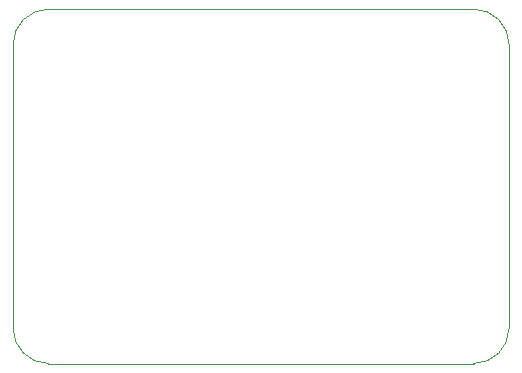
<source format=gbr>
%TF.GenerationSoftware,KiCad,Pcbnew,7.0.5-1.fc38*%
%TF.CreationDate,2023-06-26T00:30:20+03:00*%
%TF.ProjectId,stm32,73746d33-322e-46b6-9963-61645f706362,1.0*%
%TF.SameCoordinates,Original*%
%TF.FileFunction,Profile,NP*%
%FSLAX46Y46*%
G04 Gerber Fmt 4.6, Leading zero omitted, Abs format (unit mm)*
G04 Created by KiCad (PCBNEW 7.0.5-1.fc38) date 2023-06-26 00:30:20*
%MOMM*%
%LPD*%
G01*
G04 APERTURE LIST*
%TA.AperFunction,Profile*%
%ADD10C,0.100000*%
%TD*%
G04 APERTURE END LIST*
D10*
X149600000Y-46200000D02*
G75*
G03*
X146600000Y-43200000I-3000000J0D01*
G01*
X146600000Y-73200000D02*
G75*
G03*
X149600000Y-70200000I0J3000000D01*
G01*
X107600000Y-70200000D02*
G75*
G03*
X110600000Y-73200000I3000000J0D01*
G01*
X110600000Y-43200000D02*
G75*
G03*
X107600000Y-46200000I0J-3000000D01*
G01*
X146600000Y-43200000D02*
X110600000Y-43200000D01*
X146600000Y-73200000D02*
X110600000Y-73200000D01*
X107600000Y-70200000D02*
X107600000Y-46200000D01*
X149600000Y-70200000D02*
X149600000Y-46200000D01*
M02*

</source>
